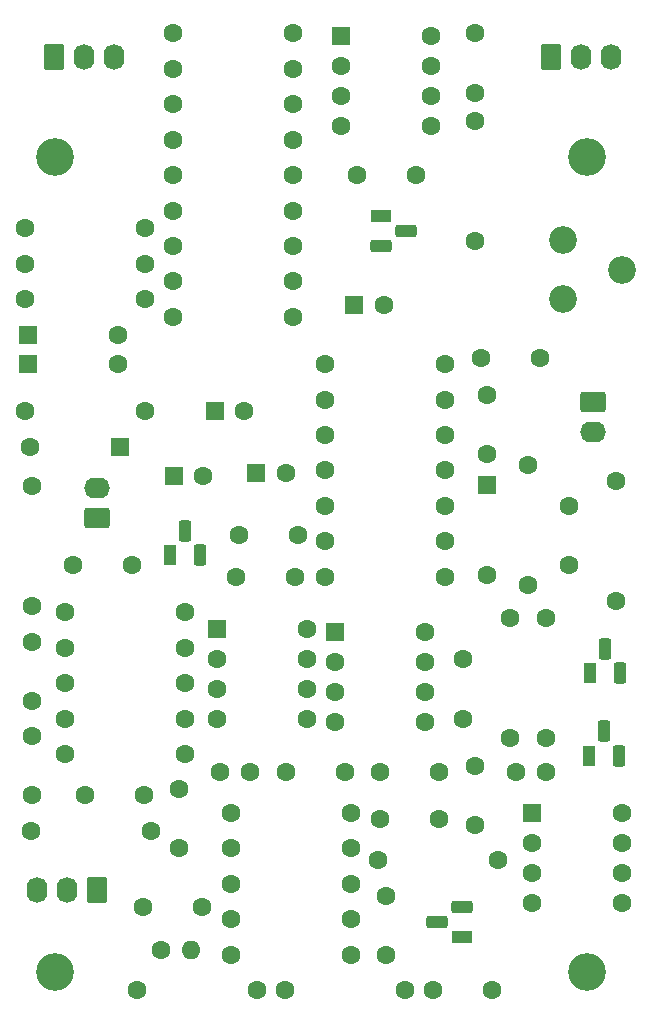
<source format=gbr>
%TF.GenerationSoftware,KiCad,Pcbnew,9.0.0*%
%TF.CreationDate,2025-09-04T18:21:01+01:00*%
%TF.ProjectId,BossCE2,426f7373-4345-4322-9e6b-696361645f70,V1.1*%
%TF.SameCoordinates,Original*%
%TF.FileFunction,Soldermask,Top*%
%TF.FilePolarity,Negative*%
%FSLAX46Y46*%
G04 Gerber Fmt 4.6, Leading zero omitted, Abs format (unit mm)*
G04 Created by KiCad (PCBNEW 9.0.0) date 2025-09-04 18:21:01*
%MOMM*%
%LPD*%
G01*
G04 APERTURE LIST*
G04 Aperture macros list*
%AMRoundRect*
0 Rectangle with rounded corners*
0 $1 Rounding radius*
0 $2 $3 $4 $5 $6 $7 $8 $9 X,Y pos of 4 corners*
0 Add a 4 corners polygon primitive as box body*
4,1,4,$2,$3,$4,$5,$6,$7,$8,$9,$2,$3,0*
0 Add four circle primitives for the rounded corners*
1,1,$1+$1,$2,$3*
1,1,$1+$1,$4,$5*
1,1,$1+$1,$6,$7*
1,1,$1+$1,$8,$9*
0 Add four rect primitives between the rounded corners*
20,1,$1+$1,$2,$3,$4,$5,0*
20,1,$1+$1,$4,$5,$6,$7,0*
20,1,$1+$1,$6,$7,$8,$9,0*
20,1,$1+$1,$8,$9,$2,$3,0*%
G04 Aperture macros list end*
%ADD10C,1.600000*%
%ADD11O,1.600000X1.600000*%
%ADD12R,1.800000X1.100000*%
%ADD13RoundRect,0.275000X0.625000X-0.275000X0.625000X0.275000X-0.625000X0.275000X-0.625000X-0.275000X0*%
%ADD14RoundRect,0.250000X-0.550000X-0.550000X0.550000X-0.550000X0.550000X0.550000X-0.550000X0.550000X0*%
%ADD15C,3.200000*%
%ADD16RoundRect,0.250000X0.550000X0.550000X-0.550000X0.550000X-0.550000X-0.550000X0.550000X-0.550000X0*%
%ADD17C,2.340000*%
%ADD18RoundRect,0.250000X-0.550000X0.550000X-0.550000X-0.550000X0.550000X-0.550000X0.550000X0.550000X0*%
%ADD19R,1.100000X1.800000*%
%ADD20RoundRect,0.275000X-0.275000X-0.625000X0.275000X-0.625000X0.275000X0.625000X-0.275000X0.625000X0*%
%ADD21RoundRect,0.275000X-0.625000X0.275000X-0.625000X-0.275000X0.625000X-0.275000X0.625000X0.275000X0*%
%ADD22RoundRect,0.250000X0.845000X-0.620000X0.845000X0.620000X-0.845000X0.620000X-0.845000X-0.620000X0*%
%ADD23O,2.190000X1.740000*%
%ADD24RoundRect,0.250000X-0.620000X-0.845000X0.620000X-0.845000X0.620000X0.845000X-0.620000X0.845000X0*%
%ADD25O,1.740000X2.190000*%
%ADD26RoundRect,0.250000X-0.845000X0.620000X-0.845000X-0.620000X0.845000X-0.620000X0.845000X0.620000X0*%
%ADD27RoundRect,0.250000X0.620000X0.845000X-0.620000X0.845000X-0.620000X-0.845000X0.620000X-0.845000X0*%
G04 APERTURE END LIST*
D10*
%TO.C,R12*%
X77455000Y-109000000D03*
X79995000Y-109000000D03*
%TD*%
%TO.C,Rin1*%
X47460000Y-124100000D03*
D11*
X50000000Y-124100000D03*
%TD*%
D12*
%TO.C,Q1*%
X72900000Y-123040000D03*
D13*
X70830000Y-121770000D03*
X72900000Y-120500000D03*
%TD*%
D10*
%TO.C,C16*%
X59000000Y-89000000D03*
X54000000Y-89000000D03*
%TD*%
%TO.C,C13*%
X74000000Y-108500000D03*
X74000000Y-113500000D03*
%TD*%
%TO.C,C19*%
X74000000Y-51500000D03*
X74000000Y-46500000D03*
%TD*%
%TO.C,R20*%
X78500000Y-83000000D03*
X78500000Y-93160000D03*
%TD*%
%TO.C,R21*%
X61340000Y-86500000D03*
X71500000Y-86500000D03*
%TD*%
%TO.C,R38*%
X46080000Y-69000000D03*
X35920000Y-69000000D03*
%TD*%
%TO.C,R17*%
X36500000Y-95000000D03*
X36500000Y-84840000D03*
%TD*%
%TO.C,R4*%
X36420000Y-114000000D03*
X46580000Y-114000000D03*
%TD*%
%TO.C,R1*%
X53350000Y-124500000D03*
X63510000Y-124500000D03*
%TD*%
D14*
%TO.C,C20*%
X52000000Y-78500000D03*
D10*
X54500000Y-78500000D03*
%TD*%
%TO.C,R13*%
X52460000Y-109000000D03*
X55000000Y-109000000D03*
%TD*%
%TO.C,R6*%
X76000000Y-116500000D03*
X65840000Y-116500000D03*
%TD*%
%TO.C,R14*%
X63500000Y-112500000D03*
X53340000Y-112500000D03*
%TD*%
D15*
%TO.C,REF\u002A\u002A*%
X38500000Y-126000000D03*
%TD*%
D10*
%TO.C,R22*%
X86000000Y-84420000D03*
X86000000Y-94580000D03*
%TD*%
%TO.C,R15*%
X49500000Y-95500000D03*
X39340000Y-95500000D03*
%TD*%
%TO.C,R52*%
X48420000Y-70500000D03*
X58580000Y-70500000D03*
%TD*%
%TO.C,R26*%
X61340000Y-77500000D03*
X71500000Y-77500000D03*
%TD*%
D16*
%TO.C,D5*%
X44000000Y-81500000D03*
D10*
X36380000Y-81500000D03*
%TD*%
%TO.C,C15*%
X75000000Y-82080000D03*
X75000000Y-77080000D03*
%TD*%
%TO.C,C5*%
X46000000Y-111000000D03*
X41000000Y-111000000D03*
%TD*%
%TO.C,C12*%
X40000000Y-91500000D03*
X45000000Y-91500000D03*
%TD*%
%TO.C,R29*%
X74000000Y-64080000D03*
X74000000Y-53920000D03*
%TD*%
%TO.C,R31*%
X35920000Y-63000000D03*
X46080000Y-63000000D03*
%TD*%
D14*
%TO.C,D7*%
X36190000Y-74500000D03*
D10*
X43810000Y-74500000D03*
%TD*%
%TO.C,C14*%
X82000000Y-91500000D03*
X82000000Y-86500000D03*
%TD*%
%TO.C,R10*%
X49500000Y-104500000D03*
X39340000Y-104500000D03*
%TD*%
%TO.C,C22*%
X73000000Y-99500000D03*
X73000000Y-104500000D03*
%TD*%
D17*
%TO.C,RV1*%
X81500000Y-69000000D03*
X86500000Y-66500000D03*
X81500000Y-64000000D03*
%TD*%
D14*
%TO.C,C30*%
X63794888Y-69500000D03*
D10*
X66294888Y-69500000D03*
%TD*%
%TO.C,C7*%
X58000000Y-109000000D03*
X63000000Y-109000000D03*
%TD*%
%TO.C,R7*%
X63500000Y-115500000D03*
X53340000Y-115500000D03*
%TD*%
D18*
%TO.C,D2*%
X75000000Y-84770000D03*
D10*
X75000000Y-92390000D03*
%TD*%
%TO.C,R8*%
X53340000Y-118500000D03*
X63500000Y-118500000D03*
%TD*%
%TO.C,RF1*%
X48420000Y-49500000D03*
X58580000Y-49500000D03*
%TD*%
%TO.C,R23*%
X71500000Y-80500000D03*
X61340000Y-80500000D03*
%TD*%
%TO.C,R37*%
X48420000Y-55500000D03*
X58580000Y-55500000D03*
%TD*%
%TO.C,C11*%
X36500000Y-98000000D03*
X36500000Y-103000000D03*
%TD*%
%TO.C,R11*%
X39340000Y-101500000D03*
X49500000Y-101500000D03*
%TD*%
%TO.C,R40*%
X61350000Y-92500000D03*
X71510000Y-92500000D03*
%TD*%
D19*
%TO.C,Q5*%
X48230000Y-90670000D03*
D20*
X49500000Y-88600000D03*
X50770000Y-90670000D03*
%TD*%
D10*
%TO.C,R28*%
X58580000Y-67500000D03*
X48420000Y-67500000D03*
%TD*%
%TO.C,R32*%
X35920000Y-66000000D03*
X46080000Y-66000000D03*
%TD*%
D14*
%TO.C,U3*%
X52195000Y-96960000D03*
D10*
X52195000Y-99500000D03*
X52195000Y-102040000D03*
X52195000Y-104580000D03*
X59815000Y-104580000D03*
X59815000Y-102040000D03*
X59815000Y-99500000D03*
X59815000Y-96960000D03*
%TD*%
%TO.C,R3*%
X45420000Y-127500000D03*
X55580000Y-127500000D03*
%TD*%
%TO.C,R53*%
X46080000Y-78500000D03*
X35920000Y-78500000D03*
%TD*%
D14*
%TO.C,D1*%
X36190000Y-72000000D03*
D10*
X43810000Y-72000000D03*
%TD*%
%TO.C,C2*%
X66500000Y-124500000D03*
X66500000Y-119500000D03*
%TD*%
D14*
%TO.C,U2*%
X62695000Y-46690000D03*
D10*
X62695000Y-49230000D03*
X62695000Y-51770000D03*
X62695000Y-54310000D03*
X70315000Y-54310000D03*
X70315000Y-51770000D03*
X70315000Y-49230000D03*
X70315000Y-46690000D03*
%TD*%
%TO.C,R18*%
X80000000Y-96000000D03*
X80000000Y-106160000D03*
%TD*%
%TO.C,C17*%
X74500000Y-74000000D03*
X79500000Y-74000000D03*
%TD*%
%TO.C,R2*%
X57920000Y-127500000D03*
X68080000Y-127500000D03*
%TD*%
%TO.C,R24*%
X71500000Y-83500000D03*
X61340000Y-83500000D03*
%TD*%
%TO.C,R25*%
X61340000Y-74500000D03*
X71500000Y-74500000D03*
%TD*%
%TO.C,C9*%
X66000000Y-113000000D03*
X71000000Y-113000000D03*
%TD*%
%TO.C,C3*%
X75500000Y-127500000D03*
X70500000Y-127500000D03*
%TD*%
%TO.C,C4*%
X49000000Y-115500000D03*
X49000000Y-110500000D03*
%TD*%
%TO.C,C10*%
X53750000Y-92500000D03*
X58750000Y-92500000D03*
%TD*%
%TO.C,R27*%
X48420000Y-64500000D03*
X58580000Y-64500000D03*
%TD*%
%TO.C,R16*%
X49500000Y-98500000D03*
X39340000Y-98500000D03*
%TD*%
%TO.C,C21*%
X64000000Y-58500000D03*
X69000000Y-58500000D03*
%TD*%
D14*
%TO.C,C18*%
X55519888Y-83750000D03*
D10*
X58019888Y-83750000D03*
%TD*%
D19*
%TO.C,Q3*%
X83730000Y-100670000D03*
D20*
X85000000Y-98600000D03*
X86270000Y-100670000D03*
%TD*%
D19*
%TO.C,Q2*%
X83645000Y-107670000D03*
D20*
X84915000Y-105600000D03*
X86185000Y-107670000D03*
%TD*%
D12*
%TO.C,Q4*%
X66100000Y-61960000D03*
D21*
X68170000Y-63230000D03*
X66100000Y-64500000D03*
%TD*%
D10*
%TO.C,R36*%
X58580000Y-58500000D03*
X48420000Y-58500000D03*
%TD*%
%TO.C,R39*%
X71500000Y-89500000D03*
X61340000Y-89500000D03*
%TD*%
D15*
%TO.C,REF\u002A\u002A*%
X83500000Y-126000000D03*
%TD*%
D10*
%TO.C,R30*%
X58580000Y-46500000D03*
X48420000Y-46500000D03*
%TD*%
%TO.C,R19*%
X77000000Y-96000000D03*
X77000000Y-106160000D03*
%TD*%
%TO.C,R35*%
X58580000Y-61500000D03*
X48420000Y-61500000D03*
%TD*%
D15*
%TO.C,REF\u002A\u002A*%
X38500000Y-57000000D03*
%TD*%
D22*
%TO.C,J3*%
X42000000Y-87540000D03*
D23*
X42000000Y-85000000D03*
%TD*%
D24*
%TO.C,J5*%
X80420000Y-48500000D03*
D25*
X82960000Y-48500000D03*
X85500000Y-48500000D03*
%TD*%
D10*
%TO.C,R9*%
X39340000Y-107500000D03*
X49500000Y-107500000D03*
%TD*%
D14*
%TO.C,C29*%
X48500000Y-84000000D03*
D10*
X51000000Y-84000000D03*
%TD*%
%TO.C,RF2*%
X58580000Y-52500000D03*
X48420000Y-52500000D03*
%TD*%
%TO.C,C1*%
X45950000Y-120500000D03*
X50950000Y-120500000D03*
%TD*%
D15*
%TO.C,REF\u002A\u002A*%
X83500000Y-57000000D03*
%TD*%
D26*
%TO.C,J2*%
X83980000Y-77725000D03*
D23*
X83980000Y-80265000D03*
%TD*%
D14*
%TO.C,U1*%
X78880000Y-112460000D03*
D10*
X78880000Y-115000000D03*
X78880000Y-117540000D03*
X78880000Y-120080000D03*
X86500000Y-120080000D03*
X86500000Y-117540000D03*
X86500000Y-115000000D03*
X86500000Y-112460000D03*
%TD*%
D27*
%TO.C,J1*%
X42000000Y-119000000D03*
D25*
X39460000Y-119000000D03*
X36920000Y-119000000D03*
%TD*%
D14*
%TO.C,U4*%
X62195000Y-97190000D03*
D10*
X62195000Y-99730000D03*
X62195000Y-102270000D03*
X62195000Y-104810000D03*
X69815000Y-104810000D03*
X69815000Y-102270000D03*
X69815000Y-99730000D03*
X69815000Y-97190000D03*
%TD*%
D24*
%TO.C,J4*%
X38380000Y-48500000D03*
D25*
X40920000Y-48500000D03*
X43460000Y-48500000D03*
%TD*%
D10*
%TO.C,C8*%
X36500000Y-111000000D03*
X36500000Y-106000000D03*
%TD*%
%TO.C,R5*%
X53350000Y-121500000D03*
X63510000Y-121500000D03*
%TD*%
%TO.C,C6*%
X71000000Y-109000000D03*
X66000000Y-109000000D03*
%TD*%
M02*

</source>
